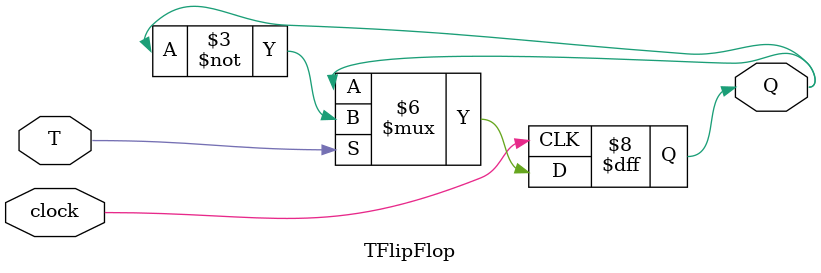
<source format=v>
module TFlipFlop(T , clock , Q );
	
	input T , clock;
	output reg Q=0;
	
	always @(posedge clock)
		if(T==1)
			Q=~Q;
		
			
	
endmodule


</source>
